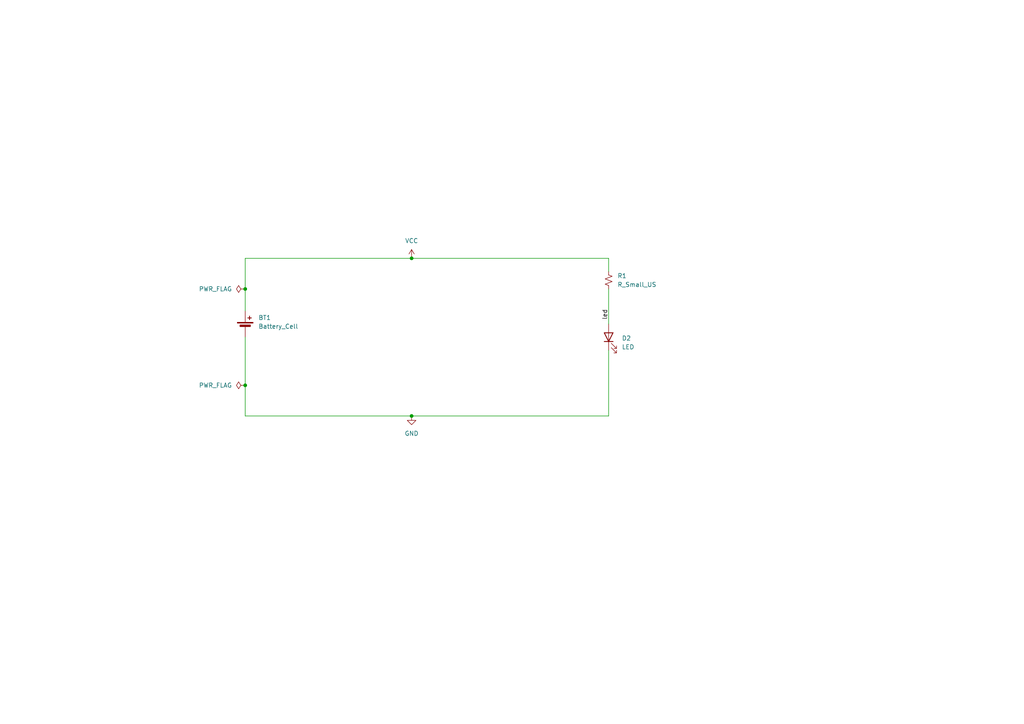
<source format=kicad_sch>
(kicad_sch (version 20250114) (generator "eeschema") (generator_version "9.0")
  (paper "A4")
  (title_block (title "Beginning KiCad") (date "2026-01-14"))
  (lib_symbols
    (symbol "Device:Battery_Cell" (pin_numbers (hide yes)) (pin_names (offset 0) (hide yes))
      (property "Reference" "BT" (at 2.54 2.54 0))
      (property "Value" "Battery_Cell" (at 2.54 0 0))
      (symbol "Battery_Cell_0_1"
        (rectangle (start -2.286 1.778) (end 2.286 1.524) (fill (type outline)))
        (rectangle (start -1.524 1.016) (end 1.524 0.508) (fill (type outline)))
        (polyline (pts (xy 0 1.778) (xy 0 2.54)))
        (polyline (pts (xy 0 0.762) (xy 0 0)))
        (polyline (pts (xy 0.762 3.048) (xy 1.778 3.048)) (stroke (width 0.254)))
        (polyline (pts (xy 1.27 3.556) (xy 1.27 2.54)) (stroke (width 0.254)))
      )
      (symbol "Battery_Cell_1_1"
        (pin passive line (at 0 5.08 270) (length 2.54) (name "+") (number "1"))
        (pin passive line (at 0 -2.54 90) (length 2.54) (name "-") (number "2"))
      )
    )
    (symbol "Device:LED" (pin_numbers (hide yes)) (pin_names (offset 1.016) (hide yes))
      (property "Reference" "D" (at 0 2.54 0))
      (property "Value" "LED" (at 0 -2.54 0))
      (symbol "LED_0_1"
        (polyline (pts (xy -3.048 -0.762) (xy -4.572 -2.286) (xy -3.81 -2.286) (xy -4.572 -2.286) (xy -4.572 -1.524)))
        (polyline (pts (xy -1.778 -0.762) (xy -3.302 -2.286) (xy -2.54 -2.286) (xy -3.302 -2.286) (xy -3.302 -1.524)))
        (polyline (pts (xy -1.27 0) (xy 1.27 0)))
        (polyline (pts (xy -1.27 -1.27) (xy -1.27 1.27)) (stroke (width 0.254)))
        (polyline (pts (xy 1.27 -1.27) (xy 1.27 1.27) (xy -1.27 0) (xy 1.27 -1.27)) (stroke (width 0.254)))
      )
      (symbol "LED_1_1"
        (pin passive line (at -3.81 0 0) (length 2.54) (name "K") (number "1"))
        (pin passive line (at 3.81 0 180) (length 2.54) (name "A") (number "2"))
      )
    )
    (symbol "Device:R_Small_US" (pin_numbers (hide yes)) (pin_names (offset 0.254) (hide yes))
      (property "Reference" "R" (at 0.762 0.508 0))
      (property "Value" "R_Small_US" (at 0.762 -1.016 0))
      (symbol "R_Small_US_1_1"
        (polyline (pts (xy 0 1.524) (xy 1.016 1.143) (xy 0 0.762) (xy -1.016 0.381) (xy 0 0)))
        (polyline (pts (xy 0 0) (xy 1.016 -0.381) (xy 0 -0.762) (xy -1.016 -1.143) (xy 0 -1.524)))
        (pin passive line (at 0 2.54 270) (length 1.016) (name "~") (number "1"))
        (pin passive line (at 0 -2.54 90) (length 1.016) (name "~") (number "2"))
      )
    )
    (symbol "power:GND" (power) (pin_numbers (hide yes)) (pin_names (offset 0) (hide yes))
      (property "Value" "GND" (at 0 -3.81 0))
      (symbol "GND_0_1"
        (polyline (pts (xy 0 0) (xy 0 -1.27) (xy 1.27 -1.27) (xy 0 -2.54) (xy -1.27 -1.27) (xy 0 -1.27)))
      )
      (symbol "GND_1_1"
        (pin power_in line (at 0 0 270) (length 0) (name "~") (number "1"))
      )
    )
    (symbol "power:PWR_FLAG" (power) (pin_numbers (hide yes)) (pin_names (offset 0) (hide yes))
      (property "Value" "PWR_FLAG" (at 0 3.81 0))
      (symbol "PWR_FLAG_0_0"
        (pin power_out line (at 0 0 90) (length 0) (name "~") (number "1"))
      )
      (symbol "PWR_FLAG_0_1"
        (polyline (pts (xy 0 0) (xy 0 1.27) (xy -1.016 1.905) (xy 0 2.54) (xy 1.016 1.905) (xy 0 1.27)))
      )
    )
    (symbol "power:VCC" (power) (pin_numbers (hide yes)) (pin_names (offset 0) (hide yes))
      (property "Value" "VCC" (at 0 3.556 0))
      (symbol "VCC_0_1"
        (polyline (pts (xy -0.762 1.27) (xy 0 2.54)))
        (polyline (pts (xy 0 2.54) (xy 0.762 1.27)))
        (polyline (pts (xy 0 0) (xy 0 2.54)))
      )
      (symbol "VCC_1_1"
        (pin power_in line (at 0 0 90) (length 0) (name "~") (number "1"))
      )
    )
  )
  (junction (at 71.12 83.82))
  (junction (at 119.38 74.93))
  (junction (at 119.38 120.65))
  (junction (at 71.12 111.76))
  (wire (pts (xy 71.12 83.82) (xy 71.12 74.93)))
  (wire (pts (xy 176.53 101.6) (xy 176.53 120.65)))
  (wire (pts (xy 71.12 74.93) (xy 119.38 74.93)))
  (wire (pts (xy 176.53 120.65) (xy 119.38 120.65)))
  (wire (pts (xy 119.38 74.93) (xy 176.53 74.93)))
  (wire (pts (xy 71.12 120.65) (xy 71.12 111.76)))
  (wire (pts (xy 176.53 74.93) (xy 176.53 78.74)))
  (wire (pts (xy 71.12 90.17) (xy 71.12 83.82)))
  (wire (pts (xy 176.53 83.82) (xy 176.53 93.98)))
  (wire (pts (xy 71.12 111.76) (xy 71.12 97.79)))
  (wire (pts (xy 119.38 120.65) (xy 71.12 120.65)))
  (label "led" (at 176.53 92.71 90))
  (symbol (lib_id "Device:Battery_Cell") (at 71.12 95.25 0) (unit 1)
    (property "Reference" "BT1" (at 74.93 92.1384 0) (effects (justify left)))
    (property "Value" "Battery_Cell" (at 74.93 94.6784 0) (effects (justify left)))
    (property "Footprint" "Battery:BatteryHolder_Keystone_1058_1x2032" (effects (hide yes)))
    (property "Description" "Single-cell battery" (effects (hide yes)))
    (property "Sim.Device" "V" (effects (hide yes)))
    (property "Sim.Type" "DC" (effects (hide yes)))
    (property "Sim.Pins" "1=+ 2=-" (effects (hide yes)))
  )
  (symbol (lib_id "Device:LED") (at 176.53 97.79 90) (unit 1)
    (property "Reference" "D2" (at 180.34 98.1074 90) (effects (justify right)))
    (property "Value" "LED" (at 180.34 100.6474 90) (effects (justify right)))
    (property "Footprint" "LED_THT:LED_D3.0mm" (effects (hide yes)))
    (property "Description" "Light emitting diode" (effects (hide yes)))
    (property "Sim.Pins" "1=K 2=A" (effects (hide yes)))
  )
  (symbol (lib_id "power:PWR_FLAG") (at 71.12 111.76 90) (unit 1)
    (property "Reference" "#FLG01" (effects (hide yes)))
    (property "Value" "PWR_FLAG" (at 67.31 111.7599 90) (effects (justify left)))
    (property "Description" "Special symbol for telling ERC where power comes from" (effects (hide yes)))
  )
  (symbol (lib_id "Device:R_Small_US") (at 176.53 81.28 0) (unit 1)
    (property "Reference" "R1" (at 179.07 80.0099 0) (effects (justify left)))
    (property "Value" "R_Small_US" (at 179.07 82.5499 0) (effects (justify left)))
    (property "Footprint" "Resistor_THT:R_Axial_DIN0309_L9.0mm_D3.2mm_P12.70mm_Horizontal" (effects (hide yes)))
    (property "Description" "Resistor, small US symbol" (effects (hide yes)))
  )
  (symbol (lib_id "power:PWR_FLAG") (at 71.12 83.82 90) (unit 1)
    (property "Reference" "#FLG02" (effects (hide yes)))
    (property "Value" "PWR_FLAG" (at 67.31 83.8199 90) (effects (justify left)))
    (property "Description" "Special symbol for telling ERC where power comes from" (effects (hide yes)))
  )
  (symbol (lib_id "power:VCC") (at 119.38 74.93 0) (unit 1)
    (property "Reference" "#PWR01" (effects (hide yes)))
    (property "Value" "VCC" (at 119.38 69.85 0))
    (property "Description" "Power symbol creates a global label with name \"VCC\"" (effects (hide yes)))
  )
  (symbol (lib_id "power:GND") (at 119.38 120.65 0) (unit 1)
    (property "Reference" "#PWR02" (effects (hide yes)))
    (property "Value" "GND" (at 119.38 125.73 0))
    (property "Description" "Power symbol creates a global label with name \"GND\" , ground" (effects (hide yes)))
  )
)
</source>
